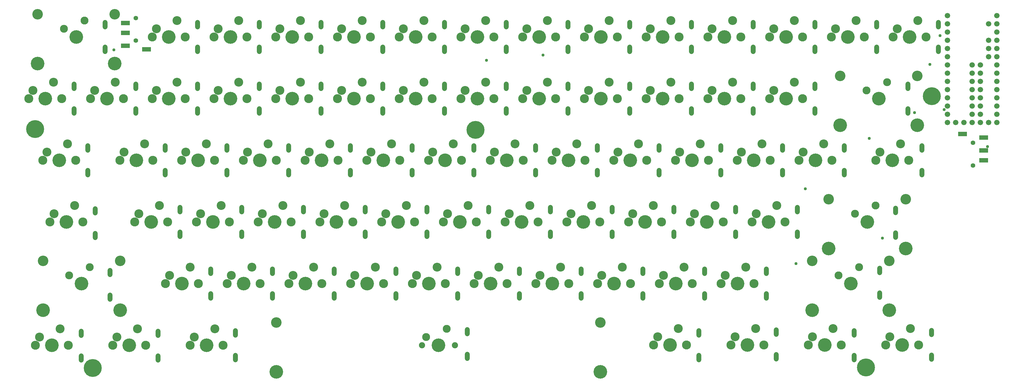
<source format=gbr>
G04 EAGLE Gerber X2 export*
%TF.Part,Single*%
%TF.FileFunction,Soldermask,Bot,1*%
%TF.FilePolarity,Negative*%
%TF.GenerationSoftware,Autodesk,EAGLE,9.1.2*%
%TF.CreationDate,2018-08-12T18:09:38Z*%
G75*
%MOMM*%
%FSLAX34Y34*%
%LPD*%
%AMOC8*
5,1,8,0,0,1.08239X$1,22.5*%
G01*
%ADD10C,2.743200*%
%ADD11C,2.774800*%
%ADD12C,4.203600*%
%ADD13C,1.524000*%
%ADD14C,4.203200*%
%ADD15C,1.903200*%
%ADD16C,2.453200*%
%ADD17C,3.253200*%
%ADD18R,2.703200X1.403200*%
%ADD19C,1.403200*%
%ADD20C,5.537200*%
%ADD21C,1.676400*%
%ADD22C,0.959600*%


D10*
X326390Y716280D03*
X389890Y741680D03*
D11*
X313690Y690880D03*
X415290Y690880D03*
D12*
X364490Y690880D03*
D10*
X516890Y716280D03*
X580390Y741680D03*
D11*
X504190Y690880D03*
X605790Y690880D03*
D12*
X554990Y690880D03*
D10*
X707390Y716280D03*
X770890Y741680D03*
D11*
X694690Y690880D03*
X796290Y690880D03*
D12*
X745490Y690880D03*
D10*
X897890Y716280D03*
X961390Y741680D03*
D11*
X885190Y690880D03*
X986790Y690880D03*
D12*
X935990Y690880D03*
D10*
X1088390Y716280D03*
X1151890Y741680D03*
D11*
X1075690Y690880D03*
X1177290Y690880D03*
D12*
X1126490Y690880D03*
D10*
X1278890Y716280D03*
X1342390Y741680D03*
D11*
X1266190Y690880D03*
X1367790Y690880D03*
D12*
X1316990Y690880D03*
D10*
X1469390Y716280D03*
X1532890Y741680D03*
D11*
X1456690Y690880D03*
X1558290Y690880D03*
D12*
X1507490Y690880D03*
D10*
X1659890Y716280D03*
X1723390Y741680D03*
D11*
X1647190Y690880D03*
X1748790Y690880D03*
D12*
X1697990Y690880D03*
D10*
X1850390Y716280D03*
X1913890Y741680D03*
D11*
X1837690Y690880D03*
X1939290Y690880D03*
D12*
X1888490Y690880D03*
D10*
X2040890Y716280D03*
X2104390Y741680D03*
D11*
X2028190Y690880D03*
X2129790Y690880D03*
D12*
X2078990Y690880D03*
D10*
X2231390Y716280D03*
X2294890Y741680D03*
D11*
X2218690Y690880D03*
X2320290Y690880D03*
D12*
X2269490Y690880D03*
D10*
X2421890Y716280D03*
X2485390Y741680D03*
D11*
X2409190Y690880D03*
X2510790Y690880D03*
D12*
X2459990Y690880D03*
D10*
X2659380Y716280D03*
X2722880Y741680D03*
D11*
X2646680Y690880D03*
X2748280Y690880D03*
D12*
X2697480Y690880D03*
D13*
X453390Y722376D02*
X453390Y735584D01*
X453390Y659384D02*
X453390Y646176D01*
X643890Y722376D02*
X643890Y735584D01*
X643890Y659384D02*
X643890Y646176D01*
X834390Y722376D02*
X834390Y735584D01*
X834390Y659384D02*
X834390Y646176D01*
X1024890Y722376D02*
X1024890Y735584D01*
X1024890Y659384D02*
X1024890Y646176D01*
X1215390Y722376D02*
X1215390Y735584D01*
X1215390Y659384D02*
X1215390Y646176D01*
X1405890Y722376D02*
X1405890Y735584D01*
X1405890Y659384D02*
X1405890Y646176D01*
X1596390Y722376D02*
X1596390Y735584D01*
X1596390Y659384D02*
X1596390Y646176D01*
X1786890Y722376D02*
X1786890Y735584D01*
X1786890Y659384D02*
X1786890Y646176D01*
X1977390Y722376D02*
X1977390Y735584D01*
X1977390Y659384D02*
X1977390Y646176D01*
X2167890Y722376D02*
X2167890Y735584D01*
X2167890Y659384D02*
X2167890Y646176D01*
X2358390Y722376D02*
X2358390Y735584D01*
X2358390Y659384D02*
X2358390Y646176D01*
X2548890Y722376D02*
X2548890Y735584D01*
X2548890Y659384D02*
X2548890Y646176D01*
X2788920Y722376D02*
X2788920Y735584D01*
X2788920Y659384D02*
X2788920Y646176D01*
D10*
X372110Y525780D03*
X435610Y551180D03*
D11*
X359410Y500380D03*
X461010Y500380D03*
D12*
X410210Y500380D03*
D10*
X562610Y525780D03*
X626110Y551180D03*
D11*
X549910Y500380D03*
X651510Y500380D03*
D12*
X600710Y500380D03*
D10*
X753110Y525780D03*
X816610Y551180D03*
D11*
X740410Y500380D03*
X842010Y500380D03*
D12*
X791210Y500380D03*
D10*
X943610Y525780D03*
X1007110Y551180D03*
D11*
X930910Y500380D03*
X1032510Y500380D03*
D12*
X981710Y500380D03*
D10*
X1134110Y525780D03*
X1197610Y551180D03*
D11*
X1121410Y500380D03*
X1223010Y500380D03*
D12*
X1172210Y500380D03*
D10*
X1324610Y525780D03*
X1388110Y551180D03*
D11*
X1311910Y500380D03*
X1413510Y500380D03*
D12*
X1362710Y500380D03*
D10*
X1515110Y525780D03*
X1578610Y551180D03*
D11*
X1502410Y500380D03*
X1604010Y500380D03*
D12*
X1553210Y500380D03*
D10*
X1705610Y525780D03*
X1769110Y551180D03*
D11*
X1692910Y500380D03*
X1794510Y500380D03*
D12*
X1743710Y500380D03*
D10*
X1896110Y525780D03*
X1959610Y551180D03*
D11*
X1883410Y500380D03*
X1985010Y500380D03*
D12*
X1934210Y500380D03*
D10*
X2086610Y525780D03*
X2150110Y551180D03*
D11*
X2073910Y500380D03*
X2175510Y500380D03*
D12*
X2124710Y500380D03*
D10*
X2277110Y525780D03*
X2340610Y551180D03*
D11*
X2264410Y500380D03*
X2366010Y500380D03*
D12*
X2315210Y500380D03*
D13*
X499110Y531876D02*
X499110Y545084D01*
X499110Y468884D02*
X499110Y455676D01*
X689610Y531876D02*
X689610Y545084D01*
X689610Y468884D02*
X689610Y455676D01*
X880110Y531876D02*
X880110Y545084D01*
X880110Y468884D02*
X880110Y455676D01*
X1070610Y531876D02*
X1070610Y545084D01*
X1070610Y468884D02*
X1070610Y455676D01*
X1261110Y531876D02*
X1261110Y545084D01*
X1261110Y468884D02*
X1261110Y455676D01*
X1451610Y531876D02*
X1451610Y545084D01*
X1451610Y468884D02*
X1451610Y455676D01*
X1642110Y531876D02*
X1642110Y545084D01*
X1642110Y468884D02*
X1642110Y455676D01*
X1832610Y531876D02*
X1832610Y545084D01*
X1832610Y468884D02*
X1832610Y455676D01*
X2023110Y531876D02*
X2023110Y545084D01*
X2023110Y468884D02*
X2023110Y455676D01*
X2213610Y531876D02*
X2213610Y545084D01*
X2213610Y468884D02*
X2213610Y455676D01*
X2404110Y531876D02*
X2404110Y545084D01*
X2404110Y468884D02*
X2404110Y455676D01*
D10*
X467360Y335280D03*
X530860Y360680D03*
D11*
X454660Y309880D03*
X556260Y309880D03*
D12*
X505460Y309880D03*
D10*
X657860Y335280D03*
X721360Y360680D03*
D11*
X645160Y309880D03*
X746760Y309880D03*
D12*
X695960Y309880D03*
D10*
X848360Y335280D03*
X911860Y360680D03*
D11*
X835660Y309880D03*
X937260Y309880D03*
D12*
X886460Y309880D03*
D10*
X1038860Y335280D03*
X1102360Y360680D03*
D11*
X1026160Y309880D03*
X1127760Y309880D03*
D12*
X1076960Y309880D03*
D10*
X1229360Y335280D03*
X1292860Y360680D03*
D11*
X1216660Y309880D03*
X1318260Y309880D03*
D12*
X1267460Y309880D03*
D10*
X1419860Y335280D03*
X1483360Y360680D03*
D11*
X1407160Y309880D03*
X1508760Y309880D03*
D12*
X1457960Y309880D03*
D10*
X1610360Y335280D03*
X1673860Y360680D03*
D11*
X1597660Y309880D03*
X1699260Y309880D03*
D12*
X1648460Y309880D03*
D10*
X1800860Y335280D03*
X1864360Y360680D03*
D11*
X1788160Y309880D03*
X1889760Y309880D03*
D12*
X1838960Y309880D03*
D10*
X1991360Y335280D03*
X2054860Y360680D03*
D11*
X1978660Y309880D03*
X2080260Y309880D03*
D12*
X2029460Y309880D03*
D10*
X2181860Y335280D03*
X2245360Y360680D03*
D11*
X2169160Y309880D03*
X2270760Y309880D03*
D12*
X2219960Y309880D03*
D13*
X594360Y341376D02*
X594360Y354584D01*
X594360Y278384D02*
X594360Y265176D01*
X784860Y341376D02*
X784860Y354584D01*
X784860Y278384D02*
X784860Y265176D01*
X975360Y341376D02*
X975360Y354584D01*
X975360Y278384D02*
X975360Y265176D01*
X1165860Y341376D02*
X1165860Y354584D01*
X1165860Y278384D02*
X1165860Y265176D01*
X1356360Y341376D02*
X1356360Y354584D01*
X1356360Y278384D02*
X1356360Y265176D01*
X1546860Y341376D02*
X1546860Y354584D01*
X1546860Y278384D02*
X1546860Y265176D01*
X1737360Y341376D02*
X1737360Y354584D01*
X1737360Y278384D02*
X1737360Y265176D01*
X1927860Y341376D02*
X1927860Y354584D01*
X1927860Y278384D02*
X1927860Y265176D01*
X2118360Y341376D02*
X2118360Y354584D01*
X2118360Y278384D02*
X2118360Y265176D01*
X2308860Y341376D02*
X2308860Y354584D01*
X2308860Y278384D02*
X2308860Y265176D01*
D10*
X88900Y716280D03*
X152400Y741680D03*
D11*
X76200Y690880D03*
X177800Y690880D03*
D12*
X127000Y690880D03*
D10*
X110490Y525780D03*
X173990Y551180D03*
D11*
X97790Y500380D03*
X199390Y500380D03*
D12*
X148590Y500380D03*
D13*
X214630Y722376D02*
X214630Y735584D01*
X214630Y659384D02*
X214630Y646176D01*
X237490Y541274D02*
X237490Y528066D01*
X237490Y465074D02*
X237490Y451866D01*
X283210Y350774D02*
X283210Y337566D01*
X283210Y274574D02*
X283210Y261366D01*
X2658110Y343916D02*
X2658110Y357124D01*
X2658110Y280924D02*
X2658110Y267716D01*
X2707640Y529336D02*
X2707640Y542544D01*
X2707640Y466344D02*
X2707640Y453136D01*
D10*
X236220Y906780D03*
X299720Y932180D03*
D11*
X223520Y881380D03*
X325120Y881380D03*
D12*
X274320Y881380D03*
D10*
X426720Y906780D03*
X490220Y932180D03*
D11*
X414020Y881380D03*
X515620Y881380D03*
D12*
X464820Y881380D03*
D10*
X617220Y906780D03*
X680720Y932180D03*
D11*
X604520Y881380D03*
X706120Y881380D03*
D12*
X655320Y881380D03*
D10*
X807720Y906780D03*
X871220Y932180D03*
D11*
X795020Y881380D03*
X896620Y881380D03*
D12*
X845820Y881380D03*
D10*
X998220Y906780D03*
X1061720Y932180D03*
D11*
X985520Y881380D03*
X1087120Y881380D03*
D12*
X1036320Y881380D03*
D10*
X1188720Y906780D03*
X1252220Y932180D03*
D11*
X1176020Y881380D03*
X1277620Y881380D03*
D12*
X1226820Y881380D03*
D10*
X1379220Y906780D03*
X1442720Y932180D03*
D11*
X1366520Y881380D03*
X1468120Y881380D03*
D12*
X1417320Y881380D03*
D10*
X1569720Y906780D03*
X1633220Y932180D03*
D11*
X1557020Y881380D03*
X1658620Y881380D03*
D12*
X1607820Y881380D03*
D10*
X1760220Y906780D03*
X1823720Y932180D03*
D11*
X1747520Y881380D03*
X1849120Y881380D03*
D12*
X1798320Y881380D03*
D10*
X1950720Y906780D03*
X2014220Y932180D03*
D11*
X1938020Y881380D03*
X2039620Y881380D03*
D12*
X1988820Y881380D03*
D10*
X2141220Y906780D03*
X2204720Y932180D03*
D11*
X2128520Y881380D03*
X2230120Y881380D03*
D12*
X2179320Y881380D03*
D10*
X2331720Y906780D03*
X2395220Y932180D03*
D11*
X2319020Y881380D03*
X2420620Y881380D03*
D12*
X2369820Y881380D03*
D13*
X363220Y912876D02*
X363220Y926084D01*
X363220Y849884D02*
X363220Y836676D01*
X553720Y912876D02*
X553720Y926084D01*
X553720Y849884D02*
X553720Y836676D01*
X744220Y912876D02*
X744220Y926084D01*
X744220Y849884D02*
X744220Y836676D01*
X934720Y912876D02*
X934720Y926084D01*
X934720Y849884D02*
X934720Y836676D01*
X1125220Y912876D02*
X1125220Y926084D01*
X1125220Y849884D02*
X1125220Y836676D01*
X1315720Y912876D02*
X1315720Y926084D01*
X1315720Y849884D02*
X1315720Y836676D01*
X1506220Y912876D02*
X1506220Y926084D01*
X1506220Y849884D02*
X1506220Y836676D01*
X1696720Y912876D02*
X1696720Y926084D01*
X1696720Y849884D02*
X1696720Y836676D01*
X1887220Y912876D02*
X1887220Y926084D01*
X1887220Y849884D02*
X1887220Y836676D01*
X2077720Y912876D02*
X2077720Y926084D01*
X2077720Y849884D02*
X2077720Y836676D01*
X2268220Y912876D02*
X2268220Y926084D01*
X2268220Y849884D02*
X2268220Y836676D01*
X2458720Y912876D02*
X2458720Y926084D01*
X2458720Y849884D02*
X2458720Y836676D01*
X2745740Y912876D02*
X2745740Y926084D01*
X2745740Y849884D02*
X2745740Y836676D01*
D10*
X45720Y906780D03*
X109220Y932180D03*
D11*
X33020Y881380D03*
X134620Y881380D03*
D12*
X83820Y881380D03*
D13*
X172720Y912876D02*
X172720Y926084D01*
X172720Y849884D02*
X172720Y836676D01*
D10*
X66040Y144780D03*
X129540Y170180D03*
D11*
X53340Y119380D03*
X154940Y119380D03*
D12*
X104140Y119380D03*
D10*
X304800Y144780D03*
X368300Y170180D03*
D11*
X292100Y119380D03*
X393700Y119380D03*
D12*
X342900Y119380D03*
D10*
X543560Y144780D03*
X607060Y170180D03*
D11*
X530860Y119380D03*
X632460Y119380D03*
D12*
X581660Y119380D03*
D10*
X1973580Y146050D03*
X2037080Y171450D03*
D11*
X1960880Y120650D03*
X2062480Y120650D03*
D12*
X2011680Y120650D03*
D10*
X2212340Y146050D03*
X2275840Y171450D03*
D11*
X2199640Y120650D03*
X2301240Y120650D03*
D12*
X2250440Y120650D03*
D13*
X194310Y149606D02*
X194310Y162814D01*
X194310Y86614D02*
X194310Y73406D01*
X431800Y149606D02*
X431800Y162814D01*
X431800Y86614D02*
X431800Y73406D01*
X670560Y150876D02*
X670560Y164084D01*
X670560Y87884D02*
X670560Y74676D01*
X1385570Y154686D02*
X1385570Y167894D01*
X1385570Y91694D02*
X1385570Y78486D01*
X2100580Y150876D02*
X2100580Y164084D01*
X2100580Y87884D02*
X2100580Y74676D01*
X2339340Y153416D02*
X2339340Y166624D01*
X2339340Y90424D02*
X2339340Y77216D01*
D10*
X426720Y1097280D03*
X490220Y1122680D03*
D11*
X414020Y1071880D03*
X515620Y1071880D03*
D12*
X464820Y1071880D03*
D10*
X617220Y1097280D03*
X680720Y1122680D03*
D11*
X604520Y1071880D03*
X706120Y1071880D03*
D12*
X655320Y1071880D03*
D10*
X807720Y1097280D03*
X871220Y1122680D03*
D11*
X795020Y1071880D03*
X896620Y1071880D03*
D12*
X845820Y1071880D03*
D10*
X998220Y1097280D03*
X1061720Y1122680D03*
D11*
X985520Y1071880D03*
X1087120Y1071880D03*
D12*
X1036320Y1071880D03*
D10*
X1188720Y1097280D03*
X1252220Y1122680D03*
D11*
X1176020Y1071880D03*
X1277620Y1071880D03*
D12*
X1226820Y1071880D03*
D10*
X1379220Y1097280D03*
X1442720Y1122680D03*
D11*
X1366520Y1071880D03*
X1468120Y1071880D03*
D12*
X1417320Y1071880D03*
D10*
X1569720Y1097280D03*
X1633220Y1122680D03*
D11*
X1557020Y1071880D03*
X1658620Y1071880D03*
D12*
X1607820Y1071880D03*
D10*
X1760220Y1097280D03*
X1823720Y1122680D03*
D11*
X1747520Y1071880D03*
X1849120Y1071880D03*
D12*
X1798320Y1071880D03*
D10*
X1950720Y1097280D03*
X2014220Y1122680D03*
D11*
X1938020Y1071880D03*
X2039620Y1071880D03*
D12*
X1988820Y1071880D03*
D10*
X2141220Y1097280D03*
X2204720Y1122680D03*
D11*
X2128520Y1071880D03*
X2230120Y1071880D03*
D12*
X2179320Y1071880D03*
D10*
X2331720Y1097280D03*
X2395220Y1122680D03*
D11*
X2319020Y1071880D03*
X2420620Y1071880D03*
D12*
X2369820Y1071880D03*
D10*
X2522220Y1097280D03*
X2585720Y1122680D03*
D11*
X2509520Y1071880D03*
X2611120Y1071880D03*
D12*
X2560320Y1071880D03*
D13*
X553720Y1103376D02*
X553720Y1116584D01*
X553720Y1040384D02*
X553720Y1027176D01*
X744220Y1103376D02*
X744220Y1116584D01*
X744220Y1040384D02*
X744220Y1027176D01*
X934720Y1103376D02*
X934720Y1116584D01*
X934720Y1040384D02*
X934720Y1027176D01*
X1125220Y1103376D02*
X1125220Y1116584D01*
X1125220Y1040384D02*
X1125220Y1027176D01*
X1315720Y1103376D02*
X1315720Y1116584D01*
X1315720Y1040384D02*
X1315720Y1027176D01*
X1506220Y1103376D02*
X1506220Y1116584D01*
X1506220Y1040384D02*
X1506220Y1027176D01*
X1696720Y1103376D02*
X1696720Y1116584D01*
X1696720Y1040384D02*
X1696720Y1027176D01*
X1887220Y1103376D02*
X1887220Y1116584D01*
X1887220Y1040384D02*
X1887220Y1027176D01*
X2077720Y1103376D02*
X2077720Y1116584D01*
X2077720Y1040384D02*
X2077720Y1027176D01*
X2268220Y1103376D02*
X2268220Y1116584D01*
X2268220Y1040384D02*
X2268220Y1027176D01*
X2458720Y1103376D02*
X2458720Y1116584D01*
X2458720Y1040384D02*
X2458720Y1027176D01*
X2649220Y1103376D02*
X2649220Y1116584D01*
X2649220Y1040384D02*
X2649220Y1027176D01*
X267970Y1103376D02*
X267970Y1116584D01*
X267970Y1040384D02*
X267970Y1027176D01*
D10*
X2451100Y146050D03*
X2514600Y171450D03*
D11*
X2438400Y120650D03*
X2540000Y120650D03*
D12*
X2489200Y120650D03*
D13*
X2579370Y150876D02*
X2579370Y164084D01*
X2579370Y87884D02*
X2579370Y74676D01*
D10*
X2689860Y146050D03*
X2753360Y171450D03*
D11*
X2677160Y120650D03*
X2778760Y120650D03*
D12*
X2727960Y120650D03*
D13*
X2818130Y152146D02*
X2818130Y165354D01*
X2818130Y89154D02*
X2818130Y75946D01*
D10*
X2712720Y1097280D03*
X2776220Y1122680D03*
D11*
X2700020Y1071880D03*
X2801620Y1071880D03*
D12*
X2750820Y1071880D03*
D13*
X2839720Y1103376D02*
X2839720Y1116584D01*
X2839720Y1040384D02*
X2839720Y1027176D01*
D14*
X1296670Y119380D03*
D15*
X1245870Y119380D03*
X1347470Y119380D03*
D16*
X1258570Y144780D03*
X1322070Y170180D03*
D17*
X796670Y189380D03*
X1796670Y189380D03*
D14*
X1796670Y36980D03*
X796670Y36980D03*
X179070Y1071880D03*
D16*
X140970Y1097280D03*
X204470Y1122680D03*
D17*
X60070Y1141880D03*
X298070Y1141880D03*
D14*
X298070Y989480D03*
X60070Y989480D03*
X195580Y309880D03*
D16*
X157480Y335280D03*
X220980Y360680D03*
D17*
X76580Y379880D03*
X314580Y379880D03*
D14*
X314580Y227480D03*
X76580Y227480D03*
X2569210Y309880D03*
D16*
X2531110Y335280D03*
X2594610Y360680D03*
D17*
X2450210Y379880D03*
X2688210Y379880D03*
D14*
X2688210Y227480D03*
X2450210Y227480D03*
X2620010Y500380D03*
D16*
X2581910Y525780D03*
X2645410Y551180D03*
D17*
X2501010Y570380D03*
X2739010Y570380D03*
D14*
X2739010Y417980D03*
X2501010Y417980D03*
X2655570Y881380D03*
D16*
X2617470Y906780D03*
X2680970Y932180D03*
D17*
X2536570Y951380D03*
X2774570Y951380D03*
D14*
X2774570Y798980D03*
X2536570Y798980D03*
D18*
X2978900Y761130D03*
X2913900Y772130D03*
X2978900Y721130D03*
X2978900Y691130D03*
D19*
X2946400Y675130D03*
X2946400Y745130D03*
D18*
X330720Y1044810D03*
X395720Y1033810D03*
X330720Y1084810D03*
X330720Y1114810D03*
D19*
X363220Y1130810D03*
X363220Y1060810D03*
D20*
X2616200Y50800D03*
X229870Y49530D03*
X1410970Y784860D03*
X52070Y787400D03*
D21*
X2867660Y1137920D03*
X2867660Y1112520D03*
X2867660Y1087120D03*
X2867660Y1061720D03*
X2867660Y1036320D03*
X2867660Y1010920D03*
X2867660Y985520D03*
X2867660Y960120D03*
X2867660Y934720D03*
X2867660Y909320D03*
X2867660Y883920D03*
X2867660Y858520D03*
X2867660Y833120D03*
X2867660Y807720D03*
X2893060Y807720D03*
X2918460Y807720D03*
X2943860Y807720D03*
X2969260Y807720D03*
X2994660Y807720D03*
X3020060Y807720D03*
X3020060Y833120D03*
X3020060Y858520D03*
X3020060Y883920D03*
X3020060Y909320D03*
X3020060Y934720D03*
X3020060Y960120D03*
X3020060Y985520D03*
X3020060Y1010920D03*
X3020060Y1036320D03*
X3020060Y1061720D03*
X3020060Y1087120D03*
X3020060Y1112520D03*
X3020060Y1137920D03*
X2994660Y1112520D03*
X2994660Y1061720D03*
X2994660Y1036320D03*
X2994660Y1010920D03*
X2943860Y833120D03*
X2969260Y833120D03*
X2943860Y858520D03*
X2943860Y883920D03*
X2943860Y909320D03*
X2943860Y934720D03*
X2969260Y858520D03*
X2969260Y883920D03*
X2969260Y909320D03*
X2969260Y934720D03*
X2969260Y960120D03*
X2969260Y985520D03*
X2943860Y960120D03*
X2943860Y985520D03*
D20*
X2819400Y889000D03*
D22*
X2625725Y758825D03*
X2765425Y838200D03*
X2667000Y450850D03*
X1444625Y1000125D03*
X1619250Y1016000D03*
X2844800Y1076325D03*
X2400300Y371475D03*
X2428875Y603250D03*
X2990850Y733425D03*
X2857500Y847725D03*
X295275Y1031875D03*
X2813050Y987425D03*
M02*

</source>
